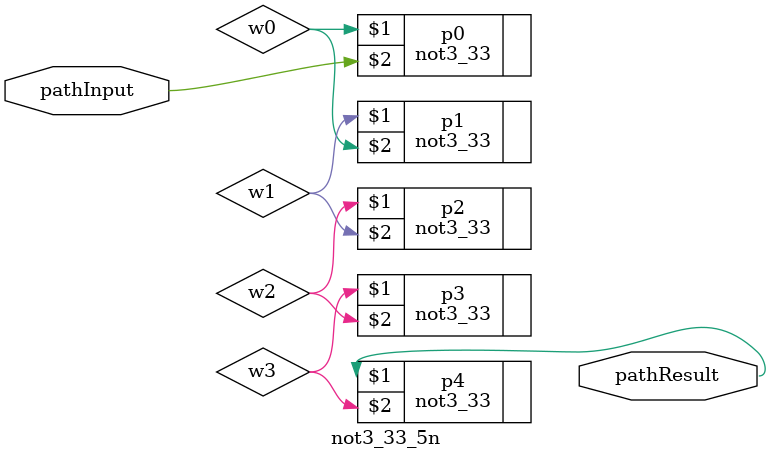
<source format=v>
module not3_33_5n(pathResult, pathInput);
input pathInput;
output pathResult;

(* keep = 1 *) wire w0, w1, w2, w3;

not3_33 p0(w0, pathInput);
not3_33 p1(w1, w0);
not3_33 p2(w2, w1);
not3_33 p3(w3, w2);
not3_33 p4(pathResult, w3);

endmodule

</source>
